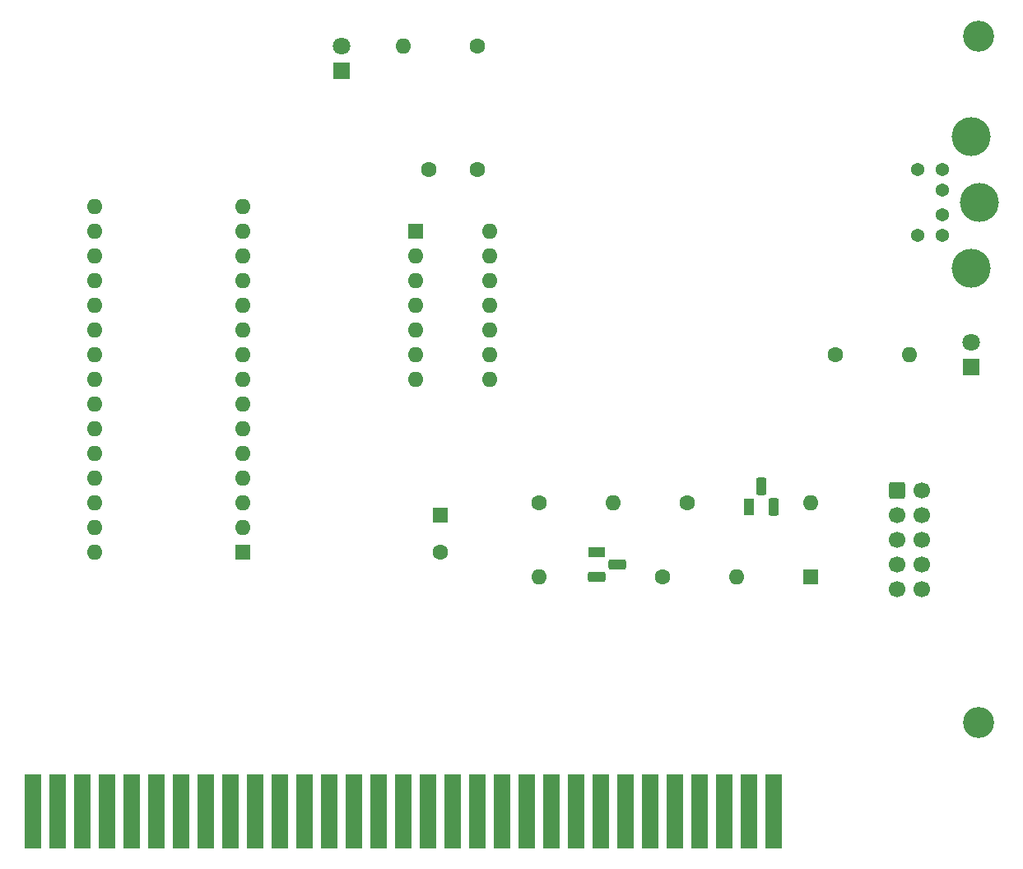
<source format=gbr>
%TF.GenerationSoftware,KiCad,Pcbnew,7.0.6*%
%TF.CreationDate,2023-08-29T13:35:40+02:00*%
%TF.ProjectId,ps2_mouse_to_serial_port_adapter_ISA_card,7073325f-6d6f-4757-9365-5f746f5f7365,rev?*%
%TF.SameCoordinates,Original*%
%TF.FileFunction,Soldermask,Top*%
%TF.FilePolarity,Negative*%
%FSLAX46Y46*%
G04 Gerber Fmt 4.6, Leading zero omitted, Abs format (unit mm)*
G04 Created by KiCad (PCBNEW 7.0.6) date 2023-08-29 13:35:40*
%MOMM*%
%LPD*%
G01*
G04 APERTURE LIST*
G04 Aperture macros list*
%AMRoundRect*
0 Rectangle with rounded corners*
0 $1 Rounding radius*
0 $2 $3 $4 $5 $6 $7 $8 $9 X,Y pos of 4 corners*
0 Add a 4 corners polygon primitive as box body*
4,1,4,$2,$3,$4,$5,$6,$7,$8,$9,$2,$3,0*
0 Add four circle primitives for the rounded corners*
1,1,$1+$1,$2,$3*
1,1,$1+$1,$4,$5*
1,1,$1+$1,$6,$7*
1,1,$1+$1,$8,$9*
0 Add four rect primitives between the rounded corners*
20,1,$1+$1,$2,$3,$4,$5,0*
20,1,$1+$1,$4,$5,$6,$7,0*
20,1,$1+$1,$6,$7,$8,$9,0*
20,1,$1+$1,$8,$9,$2,$3,0*%
G04 Aperture macros list end*
%ADD10C,1.600000*%
%ADD11O,1.600000X1.600000*%
%ADD12R,1.100000X1.800000*%
%ADD13RoundRect,0.275000X-0.275000X-0.625000X0.275000X-0.625000X0.275000X0.625000X-0.275000X0.625000X0*%
%ADD14RoundRect,0.250000X-0.600000X-0.600000X0.600000X-0.600000X0.600000X0.600000X-0.600000X0.600000X0*%
%ADD15C,1.700000*%
%ADD16R,1.780000X7.620000*%
%ADD17R,1.800000X1.800000*%
%ADD18C,1.800000*%
%ADD19R,1.600000X1.600000*%
%ADD20C,1.371600*%
%ADD21C,4.000500*%
%ADD22R,1.800000X1.100000*%
%ADD23RoundRect,0.275000X-0.625000X0.275000X-0.625000X-0.275000X0.625000X-0.275000X0.625000X0.275000X0*%
%ADD24C,3.200000*%
G04 APERTURE END LIST*
D10*
%TO.C,R3*%
X82550000Y-64770000D03*
D11*
X74930000Y-64770000D03*
%TD*%
D12*
%TO.C,U2*%
X88900000Y-65170000D03*
D13*
X90170000Y-63100000D03*
X91440000Y-65170000D03*
%TD*%
D14*
%TO.C,J1*%
X104140000Y-63500000D03*
D15*
X106680000Y-63500000D03*
X104140000Y-66040000D03*
X106680000Y-66040000D03*
X104140000Y-68580000D03*
X106680000Y-68580000D03*
X104140000Y-71120000D03*
X106680000Y-71120000D03*
X104140000Y-73660000D03*
X106680000Y-73660000D03*
%TD*%
D16*
%TO.C,J3*%
X91440000Y-96520000D03*
X88900000Y-96520000D03*
X86360000Y-96520000D03*
X83820000Y-96520000D03*
X81280000Y-96520000D03*
X78740000Y-96520000D03*
X76200000Y-96520000D03*
X73660000Y-96520000D03*
X71120000Y-96520000D03*
X68580000Y-96520000D03*
X66040000Y-96520000D03*
X63500000Y-96520000D03*
X60960000Y-96520000D03*
X58420000Y-96520000D03*
X55880000Y-96520000D03*
X53340000Y-96520000D03*
X50800000Y-96520000D03*
X48260000Y-96520000D03*
X45720000Y-96520000D03*
X43180000Y-96520000D03*
X40640000Y-96520000D03*
X38100000Y-96520000D03*
X35560000Y-96520000D03*
X33020000Y-96520000D03*
X30480000Y-96520000D03*
X27940000Y-96520000D03*
X25400000Y-96520000D03*
X22860000Y-96520000D03*
X20320000Y-96520000D03*
X17780000Y-96520000D03*
X15240000Y-96520000D03*
%TD*%
D17*
%TO.C,D2*%
X111760000Y-50800000D03*
D18*
X111760000Y-48260000D03*
%TD*%
D19*
%TO.C,U1*%
X54610000Y-36830000D03*
D11*
X54610000Y-39370000D03*
X54610000Y-41910000D03*
X54610000Y-44450000D03*
X54610000Y-46990000D03*
X54610000Y-49530000D03*
X54610000Y-52070000D03*
X62230000Y-52070000D03*
X62230000Y-49530000D03*
X62230000Y-46990000D03*
X62230000Y-44450000D03*
X62230000Y-41910000D03*
X62230000Y-39370000D03*
X62230000Y-36830000D03*
%TD*%
D20*
%TO.C,J2*%
X108760260Y-32580580D03*
X108760260Y-35181540D03*
X108760260Y-30530800D03*
X108760260Y-37231320D03*
X106268520Y-30530800D03*
X106268520Y-37231320D03*
D21*
X111760000Y-27122120D03*
X112570260Y-33881060D03*
X111760000Y-40640000D03*
%TD*%
D22*
%TO.C,Q1*%
X73260000Y-69850000D03*
D23*
X75330000Y-71120000D03*
X73260000Y-72390000D03*
%TD*%
D10*
%TO.C,R4*%
X97790000Y-49530000D03*
D11*
X105410000Y-49530000D03*
%TD*%
D10*
%TO.C,R5*%
X60960000Y-17780000D03*
D11*
X53340000Y-17780000D03*
%TD*%
D19*
%TO.C,D1*%
X95250000Y-72390000D03*
D11*
X95250000Y-64770000D03*
%TD*%
D19*
%TO.C,C1*%
X57150000Y-66050000D03*
D10*
X57150000Y-69850000D03*
%TD*%
D24*
%TO.C,H2*%
X112522000Y-87376000D03*
%TD*%
D10*
%TO.C,R1*%
X80010000Y-72390000D03*
D11*
X87630000Y-72390000D03*
%TD*%
D10*
%TO.C,R2*%
X67310000Y-64770000D03*
D11*
X67310000Y-72390000D03*
%TD*%
D24*
%TO.C,H1*%
X112522000Y-16764000D03*
%TD*%
D10*
%TO.C,C2*%
X60960000Y-30480000D03*
X55960000Y-30480000D03*
%TD*%
D17*
%TO.C,D3*%
X46990000Y-20320000D03*
D18*
X46990000Y-17780000D03*
%TD*%
D19*
%TO.C,A1*%
X36830000Y-69850000D03*
D11*
X36830000Y-67310000D03*
X36830000Y-64770000D03*
X36830000Y-62230000D03*
X36830000Y-59690000D03*
X36830000Y-57150000D03*
X36830000Y-54610000D03*
X36830000Y-52070000D03*
X36830000Y-49530000D03*
X36830000Y-46990000D03*
X36830000Y-44450000D03*
X36830000Y-41910000D03*
X36830000Y-39370000D03*
X36830000Y-36830000D03*
X36830000Y-34290000D03*
X21590000Y-34290000D03*
X21590000Y-36830000D03*
X21590000Y-39370000D03*
X21590000Y-41910000D03*
X21590000Y-44450000D03*
X21590000Y-46990000D03*
X21590000Y-49530000D03*
X21590000Y-52070000D03*
X21590000Y-54610000D03*
X21590000Y-57150000D03*
X21590000Y-59690000D03*
X21590000Y-62230000D03*
X21590000Y-64770000D03*
X21590000Y-67310000D03*
X21590000Y-69850000D03*
%TD*%
M02*

</source>
